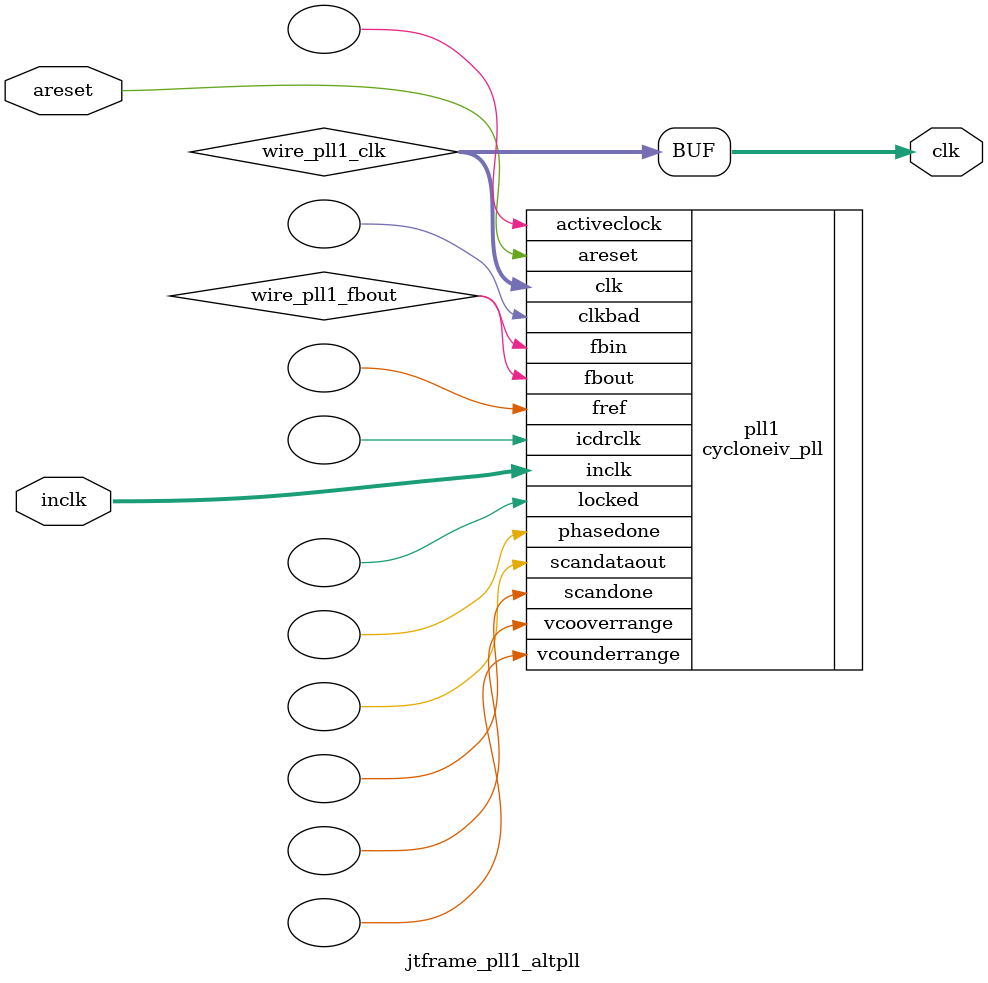
<source format=v>






//synthesis_resources = cycloneiv_pll 1 
//synopsys translate_off
`timescale 1 ps / 1 ps
//synopsys translate_on
module  jtframe_pll1_altpll
	( 
	areset,
	clk,
	inclk) /* synthesis synthesis_clearbox=1 */;
	input   areset;
	output   [4:0]  clk;
	input   [1:0]  inclk;
`ifndef ALTERA_RESERVED_QIS
// synopsys translate_off
`endif
	tri0   areset;
	tri0   [1:0]  inclk;
`ifndef ALTERA_RESERVED_QIS
// synopsys translate_on
`endif

	wire  [4:0]   wire_pll1_clk;
	wire  wire_pll1_fbout;

	cycloneiv_pll   pll1
	( 
	.activeclock(),
	.areset(areset),
	.clk(wire_pll1_clk),
	.clkbad(),
	.fbin(wire_pll1_fbout),
	.fbout(wire_pll1_fbout),
	.fref(),
	.icdrclk(),
	.inclk(inclk),
	.locked(),
	.phasedone(),
	.scandataout(),
	.scandone(),
	.vcooverrange(),
	.vcounderrange()
	`ifndef FORMAL_VERIFICATION
	// synopsys translate_off
	`endif
	,
	.clkswitch(1'b0),
	.configupdate(1'b0),
	.pfdena(1'b1),
	.phasecounterselect({3{1'b0}}),
	.phasestep(1'b0),
	.phaseupdown(1'b0),
	.scanclk(1'b0),
	.scanclkena(1'b1),
	.scandata(1'b0)
	`ifndef FORMAL_VERIFICATION
	// synopsys translate_on
	`endif
	);
	defparam
		pll1.bandwidth_type = "auto",
		pll1.clk0_divide_by = 40,
		pll1.clk0_duty_cycle = 50,
		pll1.clk0_multiply_by = 21,
		pll1.clk0_phase_shift = "0",
		pll1.clk1_divide_by = 6,
		pll1.clk1_duty_cycle = 50,
		pll1.clk1_multiply_by = 5,
		pll1.clk1_phase_shift = "0",
		pll1.compensate_clock = "clk0",
		pll1.inclk0_input_frequency = 20833,
		pll1.operation_mode = "normal",
		pll1.pll_type = "auto",
		pll1.lpm_type = "cycloneiv_pll";
	assign
		clk = {wire_pll1_clk[4:0]};
endmodule //jtframe_pll1_altpll
//VALID FILE

</source>
